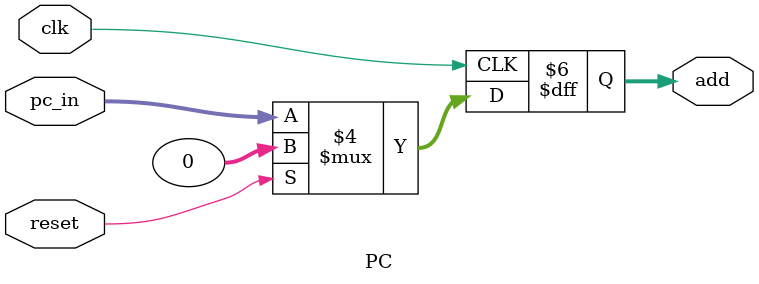
<source format=sv>
`timescale 1ns / 1ps

module PC #(parameter N = 32)
(
    input logic clk,
    input logic reset,
    input logic [N-1:0] pc_in,
    output logic [N-1:0] add
);
    always_ff@(posedge clk)
    begin
    if(reset == 1'b1)
        add <= 0;
    else
        add <= pc_in ;
    end
endmodule

</source>
